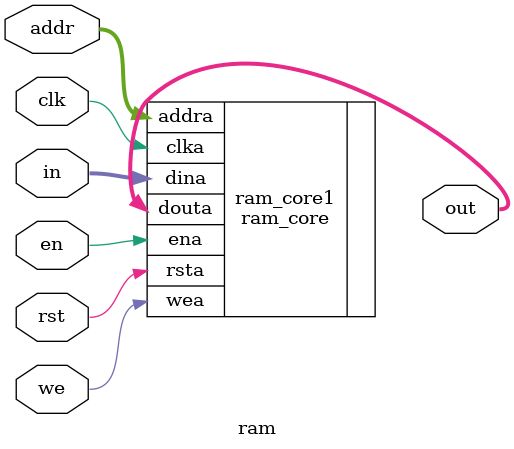
<source format=v>
`timescale 1ns / 1ps
module ram(
    input [9:0] in,
    input [7:0] addr,
    input rst,
    input en,
    input we,
    input clk,
    output [9:0] out
    );
   
  /* reg [9:0] memory [255:0];
	 always @(posedge clk,posedge rst)
	 begin
		if (rst)
			out<=0;
		else
			begin
				if (we & en)
					memory[addr] <= in;
				
				else if (!we & en)
					out <= memory[addr];
			end
	 end*/

	 
	 ram_core ram_core1 (
  .clka(clk), // input clka
  .rsta(rst), // input rsta
  .ena(en), // input ena
  .wea(we), // input [0 : 0] wea
  .addra(addr), // input [7 : 0] addra
  .dina(in), // input [9 : 0] dina
  .douta(out) // output [9 : 0] douta
	);
    
    
endmodule

</source>
